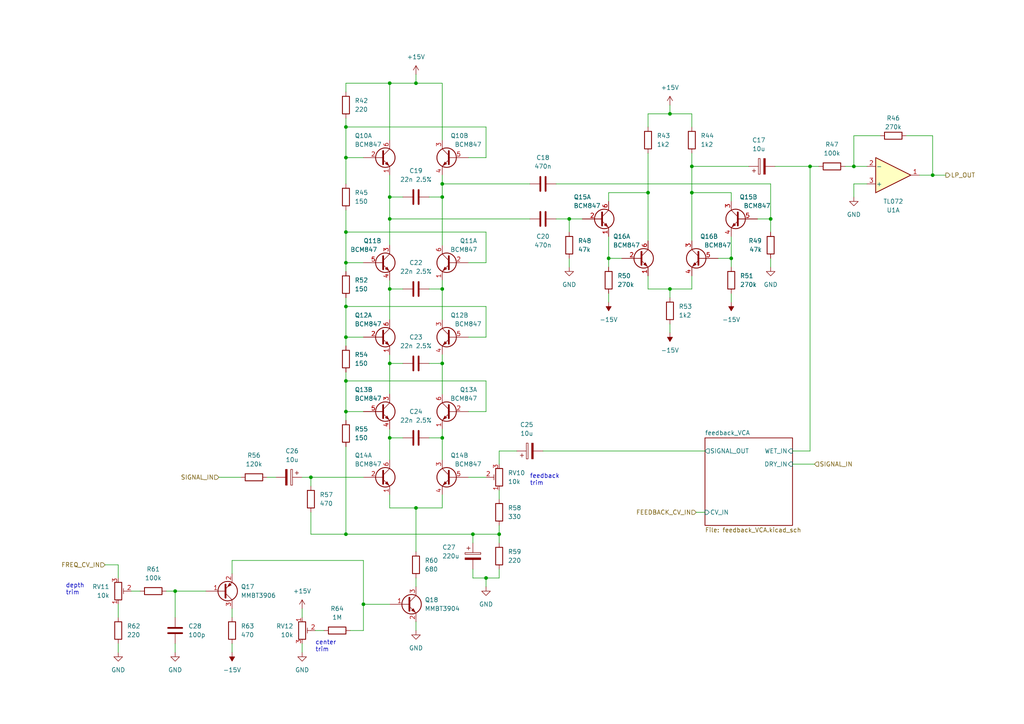
<source format=kicad_sch>
(kicad_sch (version 20230121) (generator eeschema)
  (paper "A4")
  (title_block (title "M.S.M. Stereo Lowpass Filter Pedal") (date "2022-06-16") (rev "0") (comment 2 "creativecommons.org/licenses/by/4.0") (comment 3 "License: CC by 4.0") (comment 4 "Author: Jordan Aceto"))
  (lib_symbols
    (symbol "Amplifier_Operational:TL072" (pin_names (offset 0.127))
      (property "Reference" "U" (at 0 5.08 0))
      (property "Value" "TL072" (at 0 -5.08 0))
      (symbol "TL072_1_1"
        (polyline (pts (xy -5.08 5.08) (xy 5.08 0) (xy -5.08 -5.08) (xy -5.08 5.08)) (stroke (width 0.254)) (fill (type background)))
        (pin output line (at 7.62 0 180) (length 2.54) (name "~") (number "1"))
        (pin input line (at -7.62 -2.54 0) (length 2.54) (name "-") (number "2"))
        (pin input line (at -7.62 2.54 0) (length 2.54) (name "+") (number "3"))
      )
      (symbol "TL072_2_1"
        (polyline (pts (xy -5.08 5.08) (xy 5.08 0) (xy -5.08 -5.08) (xy -5.08 5.08)) (stroke (width 0.254)) (fill (type background)))
        (pin input line (at -7.62 2.54 0) (length 2.54) (name "+") (number "5"))
        (pin input line (at -7.62 -2.54 0) (length 2.54) (name "-") (number "6"))
        (pin output line (at 7.62 0 180) (length 2.54) (name "~") (number "7"))
      )
      (symbol "TL072_3_1"
        (pin power_in line (at -2.54 -7.62 90) (length 3.81) (name "V-") (number "4"))
        (pin power_in line (at -2.54 7.62 270) (length 3.81) (name "V+") (number "8"))
      )
    )
    (symbol "Device:C" (pin_numbers hide) (pin_names (offset 0.254))
      (property "Reference" "C" (at 0.635 2.54 0))
      (property "Value" "C" (at 0.635 -2.54 0))
      (symbol "C_0_1"
        (polyline (pts (xy -2.032 -0.762) (xy 2.032 -0.762)) (stroke (width 0.508)))
        (polyline (pts (xy -2.032 0.762) (xy 2.032 0.762)) (stroke (width 0.508)))
      )
      (symbol "C_1_1"
        (pin passive line (at 0 3.81 270) (length 2.794) (name "~") (number "1"))
        (pin passive line (at 0 -3.81 90) (length 2.794) (name "~") (number "2"))
      )
    )
    (symbol "Device:C_Polarized" (pin_numbers hide) (pin_names (offset 0.254))
      (property "Reference" "C" (at 0.635 2.54 0))
      (property "Value" "C_Polarized" (at 0.635 -2.54 0))
      (symbol "C_Polarized_0_1"
        (rectangle (start -2.286 0.508) (end 2.286 1.016))
        (polyline (pts (xy -1.778 2.286) (xy -0.762 2.286)))
        (polyline (pts (xy -1.27 2.794) (xy -1.27 1.778)))
        (rectangle (start 2.286 -0.508) (end -2.286 -1.016) (fill (type outline)))
      )
      (symbol "C_Polarized_1_1"
        (pin passive line (at 0 3.81 270) (length 2.794) (name "~") (number "1"))
        (pin passive line (at 0 -3.81 90) (length 2.794) (name "~") (number "2"))
      )
    )
    (symbol "Device:R" (pin_numbers hide) (pin_names (offset 0))
      (property "Reference" "R" (at 2.032 0 90))
      (property "Value" "R" (at 0 0 90))
      (symbol "R_0_1"
        (rectangle (start -1.016 -2.54) (end 1.016 2.54) (stroke (width 0.254)))
      )
      (symbol "R_1_1"
        (pin passive line (at 0 3.81 270) (length 1.27) (name "~") (number "1"))
        (pin passive line (at 0 -3.81 90) (length 1.27) (name "~") (number "2"))
      )
    )
    (symbol "Device:R_Potentiometer_Trim" (pin_names (offset 1.016) hide)
      (property "Reference" "RV" (at -4.445 0 90))
      (property "Value" "R_Potentiometer_Trim" (at -2.54 0 90))
      (symbol "R_Potentiometer_Trim_0_1"
        (polyline (pts (xy 1.524 0.762) (xy 1.524 -0.762)))
        (polyline (pts (xy 2.54 0) (xy 1.524 0)))
        (rectangle (start 1.016 2.54) (end -1.016 -2.54) (stroke (width 0.254)))
      )
      (symbol "R_Potentiometer_Trim_1_1"
        (pin passive line (at 0 3.81 270) (length 1.27) (name "1") (number "1"))
        (pin passive line (at 3.81 0 180) (length 1.27) (name "2") (number "2"))
        (pin passive line (at 0 -3.81 90) (length 1.27) (name "3") (number "3"))
      )
    )
    (symbol "Transistor_BJT:MMBT3904" (pin_names (offset 0) hide)
      (property "Reference" "Q" (at 5.08 1.905 0))
      (property "Value" "MMBT3904" (at 5.08 0 0))
      (symbol "MMBT3904_0_1"
        (polyline (pts (xy 0.635 0.635) (xy 2.54 2.54)))
        (polyline (pts (xy 0.635 -0.635) (xy 2.54 -2.54) (xy 2.54 -2.54)))
        (polyline (pts (xy 0.635 1.905) (xy 0.635 -1.905) (xy 0.635 -1.905)) (stroke (width 0.508)))
        (polyline (pts (xy 1.27 -1.778) (xy 1.778 -1.27) (xy 2.286 -2.286) (xy 1.27 -1.778) (xy 1.27 -1.778)) (fill (type outline)))
        (circle (center 1.27 0) (radius 2.8194) (stroke (width 0.254)))
      )
      (symbol "MMBT3904_1_1"
        (pin input line (at -5.08 0 0) (length 5.715) (name "B") (number "1"))
        (pin passive line (at 2.54 -5.08 90) (length 2.54) (name "E") (number "2"))
        (pin passive line (at 2.54 5.08 270) (length 2.54) (name "C") (number "3"))
      )
    )
    (symbol "Transistor_BJT:MMBT3906" (pin_names (offset 0) hide)
      (property "Reference" "Q" (at 5.08 1.905 0))
      (property "Value" "MMBT3906" (at 5.08 0 0))
      (symbol "MMBT3906_0_1"
        (polyline (pts (xy 0.635 0.635) (xy 2.54 2.54)))
        (polyline (pts (xy 0.635 -0.635) (xy 2.54 -2.54) (xy 2.54 -2.54)))
        (polyline (pts (xy 0.635 1.905) (xy 0.635 -1.905) (xy 0.635 -1.905)) (stroke (width 0.508)))
        (polyline (pts (xy 2.286 -1.778) (xy 1.778 -2.286) (xy 1.27 -1.27) (xy 2.286 -1.778) (xy 2.286 -1.778)) (fill (type outline)))
        (circle (center 1.27 0) (radius 2.8194) (stroke (width 0.254)))
      )
      (symbol "MMBT3906_1_1"
        (pin input line (at -5.08 0 0) (length 5.715) (name "B") (number "1"))
        (pin passive line (at 2.54 -5.08 90) (length 2.54) (name "E") (number "2"))
        (pin passive line (at 2.54 5.08 270) (length 2.54) (name "C") (number "3"))
      )
    )
    (symbol "custom_symbols:BCM847DS135" (pin_names (offset 0) hide)
      (property "Reference" "Q?" (at 5.08 6.35 0))
      (property "Value" "BCM847DS135" (at 7.62 3.81 0))
      (symbol "BCM847DS135_0_1"
        (polyline (pts (xy 0.635 0.635) (xy 2.54 2.54)))
        (polyline (pts (xy 0.635 -0.635) (xy 2.54 -2.54) (xy 2.54 -2.54)))
        (polyline (pts (xy 0.635 1.905) (xy 0.635 -1.905) (xy 0.635 -1.905)) (stroke (width 0.508)))
        (polyline (pts (xy 1.27 -1.778) (xy 1.778 -1.27) (xy 2.286 -2.286) (xy 1.27 -1.778) (xy 1.27 -1.778)) (fill (type outline)))
        (circle (center 1.27 0) (radius 2.8194) (stroke (width 0.254)))
      )
      (symbol "BCM847DS135_1_1"
        (pin passive line (at 2.54 -5.08 90) (length 2.54) (name "E") (number "1"))
        (pin passive line (at -5.08 0 0) (length 5.715) (name "B") (number "2"))
        (pin passive line (at 2.54 5.08 270) (length 2.54) (name "C") (number "6"))
      )
      (symbol "BCM847DS135_2_1"
        (pin passive line (at 2.54 5.08 270) (length 2.54) (name "C") (number "3"))
        (pin passive line (at 2.54 -5.08 90) (length 2.54) (name "E") (number "4"))
        (pin passive line (at -5.08 0 0) (length 5.715) (name "B") (number "5"))
      )
    )
    (symbol "power:+15V" (power) (pin_names (offset 0))
      (property "Value" "+15V" (at 0 3.556 0))
      (symbol "+15V_0_1"
        (polyline (pts (xy -0.762 1.27) (xy 0 2.54)))
        (polyline (pts (xy 0 0) (xy 0 2.54)))
        (polyline (pts (xy 0 2.54) (xy 0.762 1.27)))
      )
      (symbol "+15V_1_1"
        (pin power_in line (at 0 0 90) (length 0) hide (name "+15V") (number "1"))
      )
    )
    (symbol "power:-15V" (power) (pin_names (offset 0))
      (property "Value" "-15V" (at 0 3.81 0))
      (symbol "-15V_0_0"
        (pin power_in line (at 0 0 90) (length 0) hide (name "-15V") (number "1"))
      )
      (symbol "-15V_0_1"
        (polyline (pts (xy 0 0) (xy 0 1.27) (xy 0.762 1.27) (xy 0 2.54) (xy -0.762 1.27) (xy 0 1.27)) (fill (type outline)))
      )
    )
    (symbol "power:GND" (power) (pin_names (offset 0))
      (property "Value" "GND" (at 0 -3.81 0))
      (symbol "GND_0_1"
        (polyline (pts (xy 0 0) (xy 0 -1.27) (xy 1.27 -1.27) (xy 0 -2.54) (xy -1.27 -1.27) (xy 0 -1.27)))
      )
      (symbol "GND_1_1"
        (pin power_in line (at 0 0 270) (length 0) hide (name "GND") (number "1"))
      )
    )
  )
  (junction (at 176.53 74.93))
  (junction (at 137.16 154.94))
  (junction (at 128.27 127))
  (junction (at 212.09 74.93))
  (junction (at 200.66 48.26))
  (junction (at 200.66 55.88))
  (junction (at 120.65 24.13))
  (junction (at 223.52 63.5))
  (junction (at 100.33 119.38))
  (junction (at 113.03 127))
  (junction (at 144.78 154.94))
  (junction (at 194.31 33.02))
  (junction (at 140.97 167.64))
  (junction (at 128.27 53.34))
  (junction (at 113.03 57.15))
  (junction (at 113.03 105.41))
  (junction (at 113.03 83.82))
  (junction (at 128.27 57.15))
  (junction (at 90.17 138.43))
  (junction (at 270.51 50.8))
  (junction (at 120.65 147.32))
  (junction (at 105.41 175.26))
  (junction (at 100.33 88.9))
  (junction (at 100.33 67.31))
  (junction (at 128.27 83.82))
  (junction (at 165.1 63.5))
  (junction (at 100.33 110.49))
  (junction (at 100.33 45.72))
  (junction (at 50.8 171.45))
  (junction (at 194.31 83.82))
  (junction (at 187.96 55.88))
  (junction (at 113.03 24.13))
  (junction (at 100.33 36.83))
  (junction (at 100.33 97.79))
  (junction (at 100.33 154.94))
  (junction (at 128.27 105.41))
  (junction (at 247.65 48.26))
  (junction (at 113.03 63.5))
  (junction (at 234.95 48.26))
  (junction (at 100.33 76.2))
  (wire (pts (xy 50.8 171.45) (xy 59.69 171.45)))
  (wire (pts (xy 200.66 33.02) (xy 194.31 33.02)))
  (wire (pts (xy 128.27 81.28) (xy 128.27 83.82)))
  (wire (pts (xy 128.27 50.8) (xy 128.27 53.34)))
  (wire (pts (xy 90.17 138.43) (xy 105.41 138.43)))
  (wire (pts (xy 113.03 127) (xy 113.03 133.35)))
  (wire (pts (xy 266.7 50.8) (xy 270.51 50.8)))
  (wire (pts (xy 120.65 147.32) (xy 120.65 160.02)))
  (wire (pts (xy 50.8 179.07) (xy 50.8 171.45)))
  (wire (pts (xy 200.66 80.01) (xy 200.66 83.82)))
  (wire (pts (xy 144.78 165.1) (xy 144.78 167.64)))
  (wire (pts (xy 128.27 83.82) (xy 128.27 92.71)))
  (wire (pts (xy 100.33 100.33) (xy 100.33 97.79)))
  (wire (pts (xy 128.27 53.34) (xy 128.27 57.15)))
  (wire (pts (xy 124.46 83.82) (xy 128.27 83.82)))
  (wire (pts (xy 128.27 24.13) (xy 128.27 40.64)))
  (wire (pts (xy 194.31 83.82) (xy 200.66 83.82)))
  (wire (pts (xy 176.53 55.88) (xy 176.53 58.42)))
  (wire (pts (xy 100.33 67.31) (xy 140.97 67.31)))
  (wire (pts (xy 208.28 74.93) (xy 212.09 74.93)))
  (wire (pts (xy 113.03 57.15) (xy 113.03 63.5)))
  (wire (pts (xy 113.03 63.5) (xy 113.03 71.12)))
  (wire (pts (xy 262.89 39.37) (xy 270.51 39.37)))
  (wire (pts (xy 165.1 63.5) (xy 168.91 63.5)))
  (wire (pts (xy 100.33 76.2) (xy 100.33 67.31)))
  (wire (pts (xy 100.33 129.54) (xy 100.33 154.94)))
  (wire (pts (xy 100.33 88.9) (xy 140.97 88.9)))
  (wire (pts (xy 124.46 57.15) (xy 128.27 57.15)))
  (wire (pts (xy 90.17 138.43) (xy 90.17 140.97)))
  (wire (pts (xy 137.16 154.94) (xy 144.78 154.94)))
  (wire (pts (xy 187.96 80.01) (xy 187.96 83.82)))
  (wire (pts (xy 105.41 162.56) (xy 67.31 162.56)))
  (wire (pts (xy 113.03 83.82) (xy 116.84 83.82)))
  (wire (pts (xy 90.17 148.59) (xy 90.17 154.94)))
  (wire (pts (xy 224.79 48.26) (xy 234.95 48.26)))
  (wire (pts (xy 255.27 39.37) (xy 247.65 39.37)))
  (wire (pts (xy 100.33 119.38) (xy 100.33 121.92)))
  (wire (pts (xy 100.33 110.49) (xy 140.97 110.49)))
  (wire (pts (xy 100.33 24.13) (xy 100.33 26.67)))
  (wire (pts (xy 194.31 93.98) (xy 194.31 96.52)))
  (wire (pts (xy 113.03 63.5) (xy 153.67 63.5)))
  (wire (pts (xy 140.97 45.72) (xy 135.89 45.72)))
  (wire (pts (xy 217.17 48.26) (xy 200.66 48.26)))
  (wire (pts (xy 247.65 53.34) (xy 251.46 53.34)))
  (wire (pts (xy 137.16 154.94) (xy 137.16 157.48)))
  (wire (pts (xy 100.33 24.13) (xy 113.03 24.13)))
  (wire (pts (xy 100.33 97.79) (xy 100.33 88.9)))
  (wire (pts (xy 113.03 127) (xy 116.84 127)))
  (wire (pts (xy 113.03 83.82) (xy 113.03 92.71)))
  (wire (pts (xy 100.33 45.72) (xy 105.41 45.72)))
  (wire (pts (xy 135.89 138.43) (xy 140.97 138.43)))
  (wire (pts (xy 101.6 182.88) (xy 105.41 182.88)))
  (wire (pts (xy 87.63 186.69) (xy 87.63 189.23)))
  (wire (pts (xy 128.27 105.41) (xy 128.27 114.3)))
  (wire (pts (xy 247.65 48.26) (xy 251.46 48.26)))
  (wire (pts (xy 247.65 48.26) (xy 247.65 39.37)))
  (wire (pts (xy 30.48 163.83) (xy 34.29 163.83)))
  (wire (pts (xy 128.27 127) (xy 128.27 133.35)))
  (wire (pts (xy 144.78 142.24) (xy 144.78 144.78)))
  (wire (pts (xy 187.96 33.02) (xy 187.96 36.83)))
  (wire (pts (xy 161.29 63.5) (xy 165.1 63.5)))
  (wire (pts (xy 128.27 53.34) (xy 153.67 53.34)))
  (wire (pts (xy 50.8 186.69) (xy 50.8 189.23)))
  (wire (pts (xy 100.33 45.72) (xy 100.33 36.83)))
  (wire (pts (xy 38.1 171.45) (xy 40.64 171.45)))
  (wire (pts (xy 113.03 50.8) (xy 113.03 57.15)))
  (wire (pts (xy 194.31 30.48) (xy 194.31 33.02)))
  (wire (pts (xy 113.03 147.32) (xy 120.65 147.32)))
  (wire (pts (xy 105.41 175.26) (xy 105.41 162.56)))
  (wire (pts (xy 137.16 167.64) (xy 140.97 167.64)))
  (wire (pts (xy 247.65 57.15) (xy 247.65 53.34)))
  (wire (pts (xy 100.33 36.83) (xy 140.97 36.83)))
  (wire (pts (xy 100.33 107.95) (xy 100.33 110.49)))
  (wire (pts (xy 120.65 167.64) (xy 120.65 170.18)))
  (wire (pts (xy 187.96 83.82) (xy 194.31 83.82)))
  (wire (pts (xy 34.29 186.69) (xy 34.29 189.23)))
  (wire (pts (xy 113.03 57.15) (xy 116.84 57.15)))
  (wire (pts (xy 200.66 55.88) (xy 212.09 55.88)))
  (wire (pts (xy 113.03 24.13) (xy 120.65 24.13)))
  (wire (pts (xy 200.66 44.45) (xy 200.66 48.26)))
  (wire (pts (xy 140.97 167.64) (xy 140.97 170.18)))
  (wire (pts (xy 100.33 76.2) (xy 105.41 76.2)))
  (wire (pts (xy 223.52 74.93) (xy 223.52 77.47)))
  (wire (pts (xy 100.33 119.38) (xy 105.41 119.38)))
  (wire (pts (xy 128.27 57.15) (xy 128.27 71.12)))
  (wire (pts (xy 165.1 74.93) (xy 165.1 77.47)))
  (wire (pts (xy 120.65 21.59) (xy 120.65 24.13)))
  (wire (pts (xy 113.03 175.26) (xy 105.41 175.26)))
  (wire (pts (xy 200.66 48.26) (xy 200.66 55.88)))
  (wire (pts (xy 124.46 127) (xy 128.27 127)))
  (wire (pts (xy 144.78 130.81) (xy 144.78 134.62)))
  (wire (pts (xy 187.96 44.45) (xy 187.96 55.88)))
  (wire (pts (xy 100.33 154.94) (xy 137.16 154.94)))
  (wire (pts (xy 113.03 143.51) (xy 113.03 147.32)))
  (wire (pts (xy 176.53 74.93) (xy 176.53 68.58)))
  (wire (pts (xy 229.87 134.62) (xy 236.22 134.62)))
  (wire (pts (xy 140.97 36.83) (xy 140.97 45.72)))
  (wire (pts (xy 201.93 148.59) (xy 204.47 148.59)))
  (wire (pts (xy 87.63 176.53) (xy 87.63 179.07)))
  (wire (pts (xy 100.33 60.96) (xy 100.33 67.31)))
  (wire (pts (xy 194.31 83.82) (xy 194.31 86.36)))
  (wire (pts (xy 105.41 182.88) (xy 105.41 175.26)))
  (wire (pts (xy 100.33 86.36) (xy 100.33 88.9)))
  (wire (pts (xy 77.47 138.43) (xy 80.01 138.43)))
  (wire (pts (xy 140.97 119.38) (xy 135.89 119.38)))
  (wire (pts (xy 140.97 97.79) (xy 135.89 97.79)))
  (wire (pts (xy 91.44 182.88) (xy 93.98 182.88)))
  (wire (pts (xy 100.33 45.72) (xy 100.33 53.34)))
  (wire (pts (xy 270.51 39.37) (xy 270.51 50.8)))
  (wire (pts (xy 223.52 67.31) (xy 223.52 63.5)))
  (wire (pts (xy 67.31 186.69) (xy 67.31 189.23)))
  (wire (pts (xy 223.52 53.34) (xy 223.52 63.5)))
  (wire (pts (xy 90.17 154.94) (xy 100.33 154.94)))
  (wire (pts (xy 140.97 110.49) (xy 140.97 119.38)))
  (wire (pts (xy 128.27 124.46) (xy 128.27 127)))
  (wire (pts (xy 223.52 63.5) (xy 219.71 63.5)))
  (wire (pts (xy 100.33 119.38) (xy 100.33 110.49)))
  (wire (pts (xy 140.97 67.31) (xy 140.97 76.2)))
  (wire (pts (xy 229.87 130.81) (xy 234.95 130.81)))
  (wire (pts (xy 245.11 48.26) (xy 247.65 48.26)))
  (wire (pts (xy 100.33 78.74) (xy 100.33 76.2)))
  (wire (pts (xy 212.09 68.58) (xy 212.09 74.93)))
  (wire (pts (xy 113.03 105.41) (xy 116.84 105.41)))
  (wire (pts (xy 200.66 36.83) (xy 200.66 33.02)))
  (wire (pts (xy 100.33 34.29) (xy 100.33 36.83)))
  (wire (pts (xy 67.31 176.53) (xy 67.31 179.07)))
  (wire (pts (xy 140.97 167.64) (xy 144.78 167.64)))
  (wire (pts (xy 187.96 69.85) (xy 187.96 55.88)))
  (wire (pts (xy 149.86 130.81) (xy 144.78 130.81)))
  (wire (pts (xy 234.95 48.26) (xy 237.49 48.26)))
  (wire (pts (xy 140.97 76.2) (xy 135.89 76.2)))
  (wire (pts (xy 212.09 74.93) (xy 212.09 77.47)))
  (wire (pts (xy 200.66 69.85) (xy 200.66 55.88)))
  (wire (pts (xy 176.53 85.09) (xy 176.53 87.63)))
  (wire (pts (xy 87.63 138.43) (xy 90.17 138.43)))
  (wire (pts (xy 187.96 55.88) (xy 176.53 55.88)))
  (wire (pts (xy 128.27 143.51) (xy 128.27 147.32)))
  (wire (pts (xy 124.46 105.41) (xy 128.27 105.41)))
  (wire (pts (xy 165.1 67.31) (xy 165.1 63.5)))
  (wire (pts (xy 113.03 81.28) (xy 113.03 83.82)))
  (wire (pts (xy 63.5 138.43) (xy 69.85 138.43)))
  (wire (pts (xy 48.26 171.45) (xy 50.8 171.45)))
  (wire (pts (xy 67.31 162.56) (xy 67.31 166.37)))
  (wire (pts (xy 128.27 102.87) (xy 128.27 105.41)))
  (wire (pts (xy 270.51 50.8) (xy 274.32 50.8)))
  (wire (pts (xy 140.97 88.9) (xy 140.97 97.79)))
  (wire (pts (xy 144.78 154.94) (xy 144.78 152.4)))
  (wire (pts (xy 113.03 102.87) (xy 113.03 105.41)))
  (wire (pts (xy 120.65 24.13) (xy 128.27 24.13)))
  (wire (pts (xy 113.03 124.46) (xy 113.03 127)))
  (wire (pts (xy 157.48 130.81) (xy 204.47 130.81)))
  (wire (pts (xy 120.65 147.32) (xy 128.27 147.32)))
  (wire (pts (xy 137.16 165.1) (xy 137.16 167.64)))
  (wire (pts (xy 212.09 85.09) (xy 212.09 87.63)))
  (wire (pts (xy 176.53 74.93) (xy 176.53 77.47)))
  (wire (pts (xy 34.29 163.83) (xy 34.29 167.64)))
  (wire (pts (xy 212.09 55.88) (xy 212.09 58.42)))
  (wire (pts (xy 113.03 24.13) (xy 113.03 40.64)))
  (wire (pts (xy 161.29 53.34) (xy 223.52 53.34)))
  (wire (pts (xy 100.33 97.79) (xy 105.41 97.79)))
  (wire (pts (xy 144.78 154.94) (xy 144.78 157.48)))
  (wire (pts (xy 180.34 74.93) (xy 176.53 74.93)))
  (wire (pts (xy 120.65 180.34) (xy 120.65 182.88)))
  (wire (pts (xy 34.29 175.26) (xy 34.29 179.07)))
  (wire (pts (xy 113.03 105.41) (xy 113.03 114.3)))
  (wire (pts (xy 194.31 33.02) (xy 187.96 33.02)))
  (wire (pts (xy 234.95 130.81) (xy 234.95 48.26)))
  (text "feedback\ntrim" (at 153.67 140.97 0) (effects (font (size 1.27 1.27)) (justify left bottom)))
  (text "center\ntrim" (at 91.44 189.23 0) (effects (font (size 1.27 1.27)) (justify left bottom)))
  (text "depth\ntrim" (at 19.05 172.72 0) (effects (font (size 1.27 1.27)) (justify left bottom)))
  (hierarchical_label "FREQ_CV_IN" (shape input) (at 30.48 163.83 180))
  (hierarchical_label "SIGNAL_IN" (shape input) (at 63.5 138.43 180))
  (hierarchical_label "SIGNAL_IN" (shape input) (at 236.22 134.62 0))
  (hierarchical_label "FEEDBACK_CV_IN" (shape input) (at 201.93 148.59 180))
  (hierarchical_label "LP_OUT" (shape output) (at 274.32 50.8 0))
  (symbol (lib_id "Device:R") (at 120.65 163.83 0) (unit 1)
    (property "Reference" "R60" (at 123.19 162.5599 0) (effects (justify left)))
    (property "Value" "680" (at 123.19 165.0999 0) (effects (justify left)))
    (property "Footprint" "Resistor_SMD:R_0805_2012Metric" (effects hide))
    (instances (project "filter_board" (path "" (reference "R60") (unit 1)) (path "" (reference "R37") (unit 1))))
  )
  (symbol (lib_id "Device:R") (at 144.78 148.59 0) (unit 1)
    (property "Reference" "R58" (at 147.32 147.3199 0) (effects (justify left)))
    (property "Value" "330" (at 147.32 149.86 0) (effects (justify left)))
    (property "Footprint" "Resistor_SMD:R_0805_2012Metric" (effects hide))
    (instances (project "filter_board" (path "" (reference "R58") (unit 1)) (path "" (reference "R35") (unit 1))))
  )
  (symbol (lib_id "custom_symbols:BCM847DS135") (at 110.49 138.43 0) (unit 1)
    (property "Reference" "Q14" (at 102.87 132.08 0) (effects (justify left)))
    (property "Value" "BCM847" (at 102.87 134.62 0) (effects (justify left)))
    (property "Footprint" "custom_footprints:SOT457" (effects hide))
    (instances (project "filter_board" (path "" (reference "Q14") (unit 1)) (path "" (reference "Q5") (unit 1))))
  )
  (symbol (lib_id "custom_symbols:BCM847DS135") (at 110.49 119.38 0) (unit 2)
    (property "Reference" "Q13" (at 102.87 113.03 0) (effects (justify left)))
    (property "Value" "BCM847" (at 102.87 115.57 0) (effects (justify left)))
    (property "Footprint" "custom_footprints:SOT457" (effects hide))
    (instances (project "filter_board" (path "" (reference "Q13") (unit 2)) (path "" (reference "Q4") (unit 2))))
  )
  (symbol (lib_id "Device:R") (at 100.33 30.48 0) (mirror y) (unit 1)
    (property "Reference" "R42" (at 102.87 29.2099 0) (effects (justify right)))
    (property "Value" "220" (at 102.87 31.7499 0) (effects (justify right)))
    (property "Footprint" "Resistor_SMD:R_0805_2012Metric" (effects hide))
    (instances (project "filter_board" (path "" (reference "R42") (unit 1)) (path "" (reference "R19") (unit 1))))
  )
  (symbol (lib_id "Device:R") (at 223.52 71.12 0) (mirror y) (unit 1)
    (property "Reference" "R49" (at 220.98 69.8499 0) (effects (justify left)))
    (property "Value" "47k" (at 220.98 72.3899 0) (effects (justify left)))
    (property "Footprint" "Resistor_SMD:R_0805_2012Metric" (effects hide))
    (instances (project "filter_board" (path "" (reference "R49") (unit 1)) (path "" (reference "R26") (unit 1))))
  )
  (symbol (lib_id "Device:C") (at 157.48 53.34 90) (unit 1)
    (property "Reference" "C18" (at 157.48 45.72 90))
    (property "Value" "470n" (at 157.48 48.26 90))
    (property "Footprint" "Capacitor_THT:C_Rect_L7.0mm_W3.5mm_P5.00mm" (effects hide))
    (instances (project "filter_board" (path "" (reference "C18") (unit 1)) (path "" (reference "C6") (unit 1))))
  )
  (symbol (lib_id "Device:C") (at 120.65 105.41 90) (unit 1)
    (property "Reference" "C23" (at 120.65 97.79 90))
    (property "Value" "22n 2.5%" (at 120.65 100.33 90))
    (property "Footprint" "Capacitor_THT:C_Rect_L7.2mm_W7.2mm_P5.00mm_FKS2_FKP2_MKS2_MKP2" (effects hide))
    (instances (project "filter_board" (path "" (reference "C23") (unit 1)) (path "" (reference "C11") (unit 1))))
  )
  (symbol (lib_id "power:-15V") (at 176.53 87.63 180) (unit 1)
    (property "Reference" "#PWR0121" (effects hide))
    (property "Value" "-15V" (at 176.53 92.71 0))
    (instances (project "filter_board" (path "" (reference "#PWR0121") (unit 1)) (path "" (reference "#PWR0106") (unit 1))))
  )
  (symbol (lib_id "custom_symbols:BCM847DS135") (at 110.49 76.2 0) (unit 2)
    (property "Reference" "Q11" (at 105.41 69.85 0) (effects (justify left)))
    (property "Value" "BCM847" (at 101.6 72.39 0) (effects (justify left)))
    (property "Footprint" "custom_footprints:SOT457" (effects hide))
    (instances (project "filter_board" (path "" (reference "Q11") (unit 2)) (path "" (reference "Q2") (unit 2))))
  )
  (symbol (lib_id "Device:R") (at 67.31 182.88 0) (unit 1)
    (property "Reference" "R63" (at 69.85 181.6099 0) (effects (justify left)))
    (property "Value" "470" (at 69.85 184.1499 0) (effects (justify left)))
    (property "Footprint" "Resistor_SMD:R_0805_2012Metric" (effects hide))
    (instances (project "filter_board" (path "" (reference "R63") (unit 1)) (path "" (reference "R40") (unit 1))))
  )
  (symbol (lib_id "power:GND") (at 50.8 189.23 0) (unit 1)
    (property "Reference" "#PWR0134" (effects hide))
    (property "Value" "GND" (at 50.8 194.31 0))
    (instances (project "filter_board" (path "" (reference "#PWR0134") (unit 1)) (path "" (reference "#PWR0119") (unit 1))))
  )
  (symbol (lib_id "Device:C_Polarized") (at 153.67 130.81 90) (unit 1)
    (property "Reference" "C25" (at 152.781 123.19 90))
    (property "Value" "10u" (at 152.781 125.73 90))
    (property "Footprint" "Capacitor_THT:CP_Radial_D6.3mm_P2.50mm" (effects hide))
    (instances (project "filter_board" (path "" (reference "C25") (unit 1)) (path "" (reference "C13") (unit 1))))
  )
  (symbol (lib_id "power:GND") (at 34.29 189.23 0) (unit 1)
    (property "Reference" "#PWR0133" (effects hide))
    (property "Value" "GND" (at 34.29 194.31 0))
    (instances (project "filter_board" (path "" (reference "#PWR0133") (unit 1)) (path "" (reference "#PWR0118") (unit 1))))
  )
  (symbol (lib_id "Device:R") (at 73.66 138.43 90) (unit 1)
    (property "Reference" "R56" (at 73.66 132.08 90))
    (property "Value" "120k" (at 73.66 134.62 90))
    (property "Footprint" "Resistor_SMD:R_0805_2012Metric" (effects hide))
    (instances (project "filter_board" (path "" (reference "R56") (unit 1)) (path "" (reference "R33") (unit 1))))
  )
  (symbol (lib_id "Device:R") (at 100.33 57.15 0) (mirror y) (unit 1)
    (property "Reference" "R45" (at 102.87 55.8799 0) (effects (justify right)))
    (property "Value" "150" (at 102.87 58.4199 0) (effects (justify right)))
    (property "Footprint" "Resistor_SMD:R_0805_2012Metric" (effects hide))
    (instances (project "filter_board" (path "" (reference "R45") (unit 1)) (path "" (reference "R22") (unit 1))))
  )
  (symbol (lib_id "Device:R") (at 259.08 39.37 90) (mirror x) (unit 1)
    (property "Reference" "R46" (at 259.08 34.29 90))
    (property "Value" "270k" (at 259.08 36.83 90))
    (property "Footprint" "Resistor_SMD:R_0805_2012Metric" (effects hide))
    (instances (project "filter_board" (path "" (reference "R46") (unit 1)) (path "" (reference "R23") (unit 1))))
  )
  (symbol (lib_id "Device:C_Polarized") (at 137.16 161.29 0) (unit 1)
    (property "Reference" "C27" (at 128.27 158.75 0) (effects (justify left)))
    (property "Value" "220u" (at 128.27 161.29 0) (effects (justify left)))
    (property "Footprint" "Capacitor_THT:CP_Radial_D6.3mm_P2.50mm" (effects hide))
    (instances (project "filter_board" (path "" (reference "C27") (unit 1)) (path "" (reference "C15") (unit 1))))
  )
  (symbol (lib_id "Device:C") (at 50.8 182.88 0) (unit 1)
    (property "Reference" "C28" (at 54.61 181.6099 0) (effects (justify left)))
    (property "Value" "100p" (at 54.61 184.1499 0) (effects (justify left)))
    (property "Footprint" "Capacitor_SMD:C_0805_2012Metric" (effects hide))
    (instances (project "filter_board" (path "" (reference "C28") (unit 1)) (path "" (reference "C16") (unit 1))))
  )
  (symbol (lib_id "custom_symbols:BCM847DS135") (at 130.81 138.43 0) (mirror y) (unit 2)
    (property "Reference" "Q14" (at 135.89 132.08 0) (effects (justify left)))
    (property "Value" "BCM847" (at 139.7 134.62 0) (effects (justify left)))
    (property "Footprint" "custom_footprints:SOT457" (effects hide))
    (instances (project "filter_board" (path "" (reference "Q14") (unit 2)) (path "" (reference "Q5") (unit 2))))
  )
  (symbol (lib_id "power:GND") (at 87.63 189.23 0) (unit 1)
    (property "Reference" "#PWR0130" (effects hide))
    (property "Value" "GND" (at 87.63 194.31 0))
    (instances (project "filter_board" (path "" (reference "#PWR0130") (unit 1)) (path "" (reference "#PWR0115") (unit 1))))
  )
  (symbol (lib_id "Amplifier_Operational:TL072") (at 259.08 50.8 0) (mirror x) (unit 1)
    (property "Reference" "U1" (at 259.08 60.96 0))
    (property "Value" "TL072" (at 259.08 58.42 0))
    (property "Footprint" "Package_SO:SOIC-8_3.9x4.9mm_P1.27mm" (effects hide))
    (property "Datasheet" "http://www.ti.com/lit/ds/symlink/tl071.pdf" (effects hide))
    (instances (project "filter_board" (path "" (reference "U1") (unit 1)) (path "" (reference "U5") (unit 1))))
  )
  (symbol (lib_id "custom_symbols:BCM847DS135") (at 130.81 45.72 0) (mirror y) (unit 2)
    (property "Reference" "Q10" (at 135.89 39.37 0) (effects (justify left)))
    (property "Value" "BCM847" (at 139.7 41.91 0) (effects (justify left)))
    (property "Footprint" "custom_footprints:SOT457" (effects hide))
    (instances (project "filter_board" (path "" (reference "Q10") (unit 2)) (path "" (reference "Q1") (unit 2))))
  )
  (symbol (lib_id "Device:R") (at 241.3 48.26 270) (mirror x) (unit 1)
    (property "Reference" "R47" (at 241.3 41.91 90))
    (property "Value" "100k" (at 241.3 44.45 90))
    (property "Footprint" "Resistor_SMD:R_0805_2012Metric" (effects hide))
    (instances (project "filter_board" (path "" (reference "R47") (unit 1)) (path "" (reference "R24") (unit 1))))
  )
  (symbol (lib_id "power:+15V") (at 120.65 21.59 0) (unit 1)
    (property "Reference" "#PWR0125" (effects hide))
    (property "Value" "+15V" (at 120.65 16.51 0))
    (instances (project "filter_board" (path "" (reference "#PWR0125") (unit 1)) (path "" (reference "#PWR0110") (unit 1))))
  )
  (symbol (lib_id "custom_symbols:BCM847DS135") (at 130.81 119.38 0) (mirror y) (unit 1)
    (property "Reference" "Q13" (at 138.43 113.03 0) (effects (justify left)))
    (property "Value" "BCM847" (at 138.43 115.57 0) (effects (justify left)))
    (property "Footprint" "custom_footprints:SOT457" (effects hide))
    (instances (project "filter_board" (path "" (reference "Q13") (unit 1)) (path "" (reference "Q4") (unit 1))))
  )
  (symbol (lib_id "Device:C_Polarized") (at 220.98 48.26 90) (unit 1)
    (property "Reference" "C17" (at 220.091 40.64 90))
    (property "Value" "10u" (at 220.091 43.18 90))
    (property "Footprint" "Capacitor_THT:CP_Radial_D6.3mm_P2.50mm" (effects hide))
    (instances (project "filter_board" (path "" (reference "C17") (unit 1)) (path "" (reference "C5") (unit 1))))
  )
  (symbol (lib_id "Device:R") (at 100.33 82.55 0) (mirror y) (unit 1)
    (property "Reference" "R52" (at 102.87 81.2799 0) (effects (justify right)))
    (property "Value" "150" (at 102.87 83.8199 0) (effects (justify right)))
    (property "Footprint" "Resistor_SMD:R_0805_2012Metric" (effects hide))
    (instances (project "filter_board" (path "" (reference "R52") (unit 1)) (path "" (reference "R29") (unit 1))))
  )
  (symbol (lib_id "Device:C_Polarized") (at 83.82 138.43 270) (unit 1)
    (property "Reference" "C26" (at 84.709 130.81 90))
    (property "Value" "10u" (at 84.709 133.35 90))
    (property "Footprint" "Capacitor_THT:CP_Radial_D6.3mm_P2.50mm" (effects hide))
    (instances (project "filter_board" (path "" (reference "C26") (unit 1)) (path "" (reference "C14") (unit 1))))
  )
  (symbol (lib_id "Device:R") (at 212.09 81.28 0) (unit 1)
    (property "Reference" "R51" (at 214.63 80.0099 0) (effects (justify left)))
    (property "Value" "270k" (at 214.63 82.5499 0) (effects (justify left)))
    (property "Footprint" "Resistor_SMD:R_0805_2012Metric" (effects hide))
    (instances (project "filter_board" (path "" (reference "R51") (unit 1)) (path "" (reference "R28") (unit 1))))
  )
  (symbol (lib_id "custom_symbols:BCM847DS135") (at 130.81 76.2 0) (mirror y) (unit 1)
    (property "Reference" "Q11" (at 138.43 69.85 0) (effects (justify left)))
    (property "Value" "BCM847" (at 138.43 72.39 0) (effects (justify left)))
    (property "Footprint" "custom_footprints:SOT457" (effects hide))
    (instances (project "filter_board" (path "" (reference "Q11") (unit 1)) (path "" (reference "Q2") (unit 1))))
  )
  (symbol (lib_id "Device:R") (at 176.53 81.28 0) (unit 1)
    (property "Reference" "R50" (at 179.07 80.0099 0) (effects (justify left)))
    (property "Value" "270k" (at 179.07 82.5499 0) (effects (justify left)))
    (property "Footprint" "Resistor_SMD:R_0805_2012Metric" (effects hide))
    (instances (project "filter_board" (path "" (reference "R50") (unit 1)) (path "" (reference "R27") (unit 1))))
  )
  (symbol (lib_id "Device:C") (at 120.65 83.82 90) (unit 1)
    (property "Reference" "C22" (at 120.65 76.2 90))
    (property "Value" "22n 2.5%" (at 120.65 78.74 90))
    (property "Footprint" "Capacitor_THT:C_Rect_L7.2mm_W7.2mm_P5.00mm_FKS2_FKP2_MKS2_MKP2" (effects hide))
    (instances (project "filter_board" (path "" (reference "C22") (unit 1)) (path "" (reference "C10") (unit 1))))
  )
  (symbol (lib_id "Device:R") (at 100.33 125.73 0) (mirror y) (unit 1)
    (property "Reference" "R55" (at 102.87 124.4599 0) (effects (justify right)))
    (property "Value" "150" (at 102.87 126.9999 0) (effects (justify right)))
    (property "Footprint" "Resistor_SMD:R_0805_2012Metric" (effects hide))
    (instances (project "filter_board" (path "" (reference "R55") (unit 1)) (path "" (reference "R32") (unit 1))))
  )
  (symbol (lib_id "Transistor_BJT:MMBT3904") (at 118.11 175.26 0) (unit 1)
    (property "Reference" "Q18" (at 123.19 173.9899 0) (effects (justify left)))
    (property "Value" "MMBT3904" (at 123.19 176.5299 0) (effects (justify left)))
    (property "Footprint" "Package_TO_SOT_SMD:SOT-23" (effects hide))
    (property "Datasheet" "https://www.onsemi.com/pub/Collateral/2N3903-D.PDF" (effects hide))
    (instances (project "filter_board" (path "" (reference "Q18") (unit 1)) (path "" (reference "Q9") (unit 1))))
  )
  (symbol (lib_id "Device:R") (at 97.79 182.88 90) (unit 1)
    (property "Reference" "R64" (at 97.79 176.53 90))
    (property "Value" "1M" (at 97.79 179.07 90))
    (property "Footprint" "Resistor_SMD:R_0805_2012Metric" (effects hide))
    (instances (project "filter_board" (path "" (reference "R64") (unit 1)) (path "" (reference "R41") (unit 1))))
  )
  (symbol (lib_id "power:-15V") (at 212.09 87.63 180) (unit 1)
    (property "Reference" "#PWR0123" (effects hide))
    (property "Value" "-15V" (at 212.09 92.71 0))
    (instances (project "filter_board" (path "" (reference "#PWR0123") (unit 1)) (path "" (reference "#PWR0108") (unit 1))))
  )
  (symbol (lib_id "Device:R") (at 194.31 90.17 0) (unit 1)
    (property "Reference" "R53" (at 196.85 88.8999 0) (effects (justify left)))
    (property "Value" "1k2" (at 196.85 91.4399 0) (effects (justify left)))
    (property "Footprint" "Resistor_SMD:R_0805_2012Metric" (effects hide))
    (instances (project "filter_board" (path "" (reference "R53") (unit 1)) (path "" (reference "R30") (unit 1))))
  )
  (symbol (lib_id "Device:C") (at 120.65 57.15 90) (unit 1)
    (property "Reference" "C19" (at 120.65 49.53 90))
    (property "Value" "22n 2.5%" (at 120.65 52.07 90))
    (property "Footprint" "Capacitor_THT:C_Rect_L7.2mm_W7.2mm_P5.00mm_FKS2_FKP2_MKS2_MKP2" (effects hide))
    (instances (project "filter_board" (path "" (reference "C19") (unit 1)) (path "" (reference "C7") (unit 1))))
  )
  (symbol (lib_id "power:GND") (at 223.52 77.47 0) (mirror y) (unit 1)
    (property "Reference" "#PWR0120" (effects hide))
    (property "Value" "GND" (at 223.52 82.55 0))
    (instances (project "filter_board" (path "" (reference "#PWR0120") (unit 1)) (path "" (reference "#PWR0105") (unit 1))))
  )
  (symbol (lib_id "Device:R") (at 34.29 182.88 0) (unit 1)
    (property "Reference" "R62" (at 36.83 181.6099 0) (effects (justify left)))
    (property "Value" "220" (at 36.83 184.1499 0) (effects (justify left)))
    (property "Footprint" "Resistor_SMD:R_0805_2012Metric" (effects hide))
    (instances (project "filter_board" (path "" (reference "R62") (unit 1)) (path "" (reference "R39") (unit 1))))
  )
  (symbol (lib_id "power:-15V") (at 67.31 189.23 180) (unit 1)
    (property "Reference" "#PWR0131" (effects hide))
    (property "Value" "-15V" (at 67.31 194.31 0))
    (instances (project "filter_board" (path "" (reference "#PWR0131") (unit 1)) (path "" (reference "#PWR0116") (unit 1))))
  )
  (symbol (lib_id "Device:R") (at 187.96 40.64 0) (unit 1)
    (property "Reference" "R43" (at 190.5 39.3699 0) (effects (justify left)))
    (property "Value" "1k2" (at 190.5 41.9099 0) (effects (justify left)))
    (property "Footprint" "Resistor_SMD:R_0805_2012Metric" (effects hide))
    (instances (project "filter_board" (path "" (reference "R43") (unit 1)) (path "" (reference "R20") (unit 1))))
  )
  (symbol (lib_id "power:+15V") (at 194.31 30.48 0) (unit 1)
    (property "Reference" "#PWR0126" (effects hide))
    (property "Value" "+15V" (at 194.31 25.4 0))
    (instances (project "filter_board" (path "" (reference "#PWR0126") (unit 1)) (path "" (reference "#PWR0111") (unit 1))))
  )
  (symbol (lib_id "power:GND") (at 120.65 182.88 0) (unit 1)
    (property "Reference" "#PWR0127" (effects hide))
    (property "Value" "GND" (at 120.65 187.96 0))
    (instances (project "filter_board" (path "" (reference "#PWR0127") (unit 1)) (path "" (reference "#PWR0112") (unit 1))))
  )
  (symbol (lib_id "Device:R_Potentiometer_Trim") (at 144.78 138.43 180) (unit 1)
    (property "Reference" "RV10" (at 147.32 137.1599 0) (effects (justify right)))
    (property "Value" "10k" (at 147.32 139.6999 0) (effects (justify right)))
    (property "Footprint" "Potentiometer_THT:Potentiometer_Bourns_3296W_Vertical" (effects hide))
    (instances (project "filter_board" (path "" (reference "RV10") (unit 1)) (path "" (reference "RV7") (unit 1))))
  )
  (symbol (lib_id "Device:R") (at 100.33 104.14 0) (mirror y) (unit 1)
    (property "Reference" "R54" (at 102.87 102.8699 0) (effects (justify right)))
    (property "Value" "150" (at 102.87 105.4099 0) (effects (justify right)))
    (property "Footprint" "Resistor_SMD:R_0805_2012Metric" (effects hide))
    (instances (project "filter_board" (path "" (reference "R54") (unit 1)) (path "" (reference "R31") (unit 1))))
  )
  (symbol (lib_id "custom_symbols:BCM847DS135") (at 214.63 63.5 0) (mirror y) (unit 2)
    (property "Reference" "Q15" (at 219.71 57.15 0) (effects (justify left)))
    (property "Value" "BCM847" (at 223.52 59.69 0) (effects (justify left)))
    (property "Footprint" "custom_footprints:SOT457" (effects hide))
    (instances (project "filter_board" (path "" (reference "Q15") (unit 2)) (path "" (reference "Q6") (unit 2))))
  )
  (symbol (lib_id "Device:R_Potentiometer_Trim") (at 34.29 171.45 0) (mirror x) (unit 1)
    (property "Reference" "RV11" (at 31.75 170.1799 0) (effects (justify right)))
    (property "Value" "10k" (at 31.75 172.7199 0) (effects (justify right)))
    (property "Footprint" "Potentiometer_THT:Potentiometer_Bourns_3296W_Vertical" (effects hide))
    (instances (project "filter_board" (path "" (reference "RV11") (unit 1)) (path "" (reference "RV8") (unit 1))))
  )
  (symbol (lib_id "custom_symbols:BCM847DS135") (at 203.2 74.93 0) (mirror y) (unit 2)
    (property "Reference" "Q16" (at 208.28 68.58 0) (effects (justify left)))
    (property "Value" "BCM847" (at 212.09 71.12 0) (effects (justify left)))
    (property "Footprint" "custom_footprints:SOT457" (effects hide))
    (instances (project "filter_board" (path "" (reference "Q16") (unit 2)) (path "" (reference "Q7") (unit 2))))
  )
  (symbol (lib_id "custom_symbols:BCM847DS135") (at 185.42 74.93 0) (unit 1)
    (property "Reference" "Q16" (at 177.8 68.58 0) (effects (justify left)))
    (property "Value" "BCM847" (at 177.8 71.12 0) (effects (justify left)))
    (property "Footprint" "custom_footprints:SOT457" (effects hide))
    (instances (project "filter_board" (path "" (reference "Q16") (unit 1)) (path "" (reference "Q7") (unit 1))))
  )
  (symbol (lib_id "power:+15V") (at 87.63 176.53 0) (unit 1)
    (property "Reference" "#PWR016" (effects hide))
    (property "Value" "+15V" (at 87.63 171.45 0))
    (instances (project "filter_board" (path "" (reference "#PWR016") (unit 1)) (path "" (reference "#PWR011") (unit 1))))
  )
  (symbol (lib_id "power:GND") (at 140.97 170.18 0) (unit 1)
    (property "Reference" "#PWR0128" (effects hide))
    (property "Value" "GND" (at 140.97 175.26 0))
    (instances (project "filter_board" (path "" (reference "#PWR0128") (unit 1)) (path "" (reference "#PWR0113") (unit 1))))
  )
  (symbol (lib_id "Device:R_Potentiometer_Trim") (at 87.63 182.88 0) (unit 1)
    (property "Reference" "RV12" (at 85.09 181.6099 0) (effects (justify right)))
    (property "Value" "10k" (at 85.09 184.1499 0) (effects (justify right)))
    (property "Footprint" "Potentiometer_THT:Potentiometer_Bourns_3296W_Vertical" (effects hide))
    (instances (project "filter_board" (path "" (reference "RV12") (unit 1)) (path "" (reference "RV9") (unit 1))))
  )
  (symbol (lib_id "Device:R") (at 144.78 161.29 0) (unit 1)
    (property "Reference" "R59" (at 147.32 160.0199 0) (effects (justify left)))
    (property "Value" "220" (at 147.32 162.5599 0) (effects (justify left)))
    (property "Footprint" "Resistor_SMD:R_0805_2012Metric" (effects hide))
    (instances (project "filter_board" (path "" (reference "R59") (unit 1)) (path "" (reference "R36") (unit 1))))
  )
  (symbol (lib_id "custom_symbols:BCM847DS135") (at 110.49 97.79 0) (unit 1)
    (property "Reference" "Q12" (at 102.87 91.44 0) (effects (justify left)))
    (property "Value" "BCM847" (at 102.87 93.98 0) (effects (justify left)))
    (property "Footprint" "custom_footprints:SOT457" (effects hide))
    (instances (project "filter_board" (path "" (reference "Q12") (unit 1)) (path "" (reference "Q3") (unit 1))))
  )
  (symbol (lib_id "power:-15V") (at 194.31 96.52 180) (unit 1)
    (property "Reference" "#PWR0124" (effects hide))
    (property "Value" "-15V" (at 194.31 101.6 0))
    (instances (project "filter_board" (path "" (reference "#PWR0124") (unit 1)) (path "" (reference "#PWR0109") (unit 1))))
  )
  (symbol (lib_id "Device:R") (at 200.66 40.64 0) (unit 1)
    (property "Reference" "R44" (at 203.2 39.3699 0) (effects (justify left)))
    (property "Value" "1k2" (at 203.2 41.9099 0) (effects (justify left)))
    (property "Footprint" "Resistor_SMD:R_0805_2012Metric" (effects hide))
    (instances (project "filter_board" (path "" (reference "R44") (unit 1)) (path "" (reference "R21") (unit 1))))
  )
  (symbol (lib_id "Transistor_BJT:MMBT3906") (at 64.77 171.45 0) (mirror x) (unit 1)
    (property "Reference" "Q17" (at 69.85 170.1799 0) (effects (justify left)))
    (property "Value" "MMBT3906" (at 69.85 172.7199 0) (effects (justify left)))
    (property "Footprint" "Package_TO_SOT_SMD:SOT-23" (effects hide))
    (property "Datasheet" "https://www.onsemi.com/pub/Collateral/2N3906-D.PDF" (effects hide))
    (instances (project "filter_board" (path "" (reference "Q17") (unit 1)) (path "" (reference "Q8") (unit 1))))
  )
  (symbol (lib_id "power:GND") (at 165.1 77.47 0) (unit 1)
    (property "Reference" "#PWR0122" (effects hide))
    (property "Value" "GND" (at 165.1 82.55 0))
    (instances (project "filter_board" (path "" (reference "#PWR0122") (unit 1)) (path "" (reference "#PWR0107") (unit 1))))
  )
  (symbol (lib_id "Device:C") (at 120.65 127 90) (unit 1)
    (property "Reference" "C24" (at 120.65 119.38 90))
    (property "Value" "22n 2.5%" (at 120.65 121.92 90))
    (property "Footprint" "Capacitor_THT:C_Rect_L7.2mm_W7.2mm_P5.00mm_FKS2_FKP2_MKS2_MKP2" (effects hide))
    (instances (project "filter_board" (path "" (reference "C24") (unit 1)) (path "" (reference "C12") (unit 1))))
  )
  (symbol (lib_id "Device:R") (at 165.1 71.12 0) (unit 1)
    (property "Reference" "R48" (at 167.64 69.8499 0) (effects (justify left)))
    (property "Value" "47k" (at 167.64 72.3899 0) (effects (justify left)))
    (property "Footprint" "Resistor_SMD:R_0805_2012Metric" (effects hide))
    (instances (project "filter_board" (path "" (reference "R48") (unit 1)) (path "" (reference "R25") (unit 1))))
  )
  (symbol (lib_id "custom_symbols:BCM847DS135") (at 173.99 63.5 0) (unit 1)
    (property "Reference" "Q15" (at 166.37 57.15 0) (effects (justify left)))
    (property "Value" "BCM847" (at 166.37 59.69 0) (effects (justify left)))
    (property "Footprint" "custom_footprints:SOT457" (effects hide))
    (instances (project "filter_board" (path "" (reference "Q15") (unit 1)) (path "" (reference "Q6") (unit 1))))
  )
  (symbol (lib_id "custom_symbols:BCM847DS135") (at 130.81 97.79 0) (mirror y) (unit 2)
    (property "Reference" "Q12" (at 135.89 91.44 0) (effects (justify left)))
    (property "Value" "BCM847" (at 139.7 93.98 0) (effects (justify left)))
    (property "Footprint" "custom_footprints:SOT457" (effects hide))
    (instances (project "filter_board" (path "" (reference "Q12") (unit 2)) (path "" (reference "Q3") (unit 2))))
  )
  (symbol (lib_id "custom_symbols:BCM847DS135") (at 110.49 45.72 0) (unit 1)
    (property "Reference" "Q10" (at 102.87 39.37 0) (effects (justify left)))
    (property "Value" "BCM847" (at 102.87 41.91 0) (effects (justify left)))
    (property "Footprint" "custom_footprints:SOT457" (effects hide))
    (instances (project "filter_board" (path "" (reference "Q10") (unit 1)) (path "" (reference "Q1") (unit 1))))
  )
  (symbol (lib_id "Device:R") (at 90.17 144.78 0) (unit 1)
    (property "Reference" "R57" (at 92.71 143.5099 0) (effects (justify left)))
    (property "Value" "470" (at 92.71 146.0499 0) (effects (justify left)))
    (property "Footprint" "Resistor_SMD:R_0805_2012Metric" (effects hide))
    (instances (project "filter_board" (path "" (reference "R57") (unit 1)) (path "" (reference "R34") (unit 1))))
  )
  (symbol (lib_id "Device:R") (at 44.45 171.45 90) (unit 1)
    (property "Reference" "R61" (at 44.45 165.1 90))
    (property "Value" "100k" (at 44.45 167.64 90))
    (property "Footprint" "Resistor_SMD:R_0805_2012Metric" (effects hide))
    (instances (project "filter_board" (path "" (reference "R61") (unit 1)) (path "" (reference "R38") (unit 1))))
  )
  (symbol (lib_id "Device:C") (at 157.48 63.5 90) (unit 1)
    (property "Reference" "C20" (at 157.48 68.58 90))
    (property "Value" "470n" (at 157.48 71.12 90))
    (property "Footprint" "Capacitor_THT:C_Rect_L7.0mm_W3.5mm_P5.00mm" (effects hide))
    (instances (project "filter_board" (path "" (reference "C20") (unit 1)) (path "" (reference "C8") (unit 1))))
  )
  (symbol (lib_id "power:GND") (at 247.65 57.15 0) (unit 1)
    (property "Reference" "#PWR0114" (effects hide))
    (property "Value" "GND" (at 247.65 62.23 0))
    (instances (project "filter_board" (path "" (reference "#PWR0114") (unit 1)) (path "" (reference "#PWR0117") (unit 1))))
  )
  (sheet (at 204.47 127) (size 25.4 25.4) (stroke (width 0.1524))
    (property "Sheetname" "feedback_VCA" (at 204.47 126.2884 0) (effects (justify left bottom)))
    (property "Sheetfile" "feedback_VCA.kicad_sch" (at 204.47 152.9846 0) (effects (justify left top)))
    (pin "SIGNAL_OUT" output (at 204.47 130.81 180))
    (pin "WET_IN" input (at 229.87 130.81 0))
    (pin "DRY_IN" input (at 229.87 134.62 0))
    (pin "CV_IN" input (at 204.47 148.59 180))
  )
)
</source>
